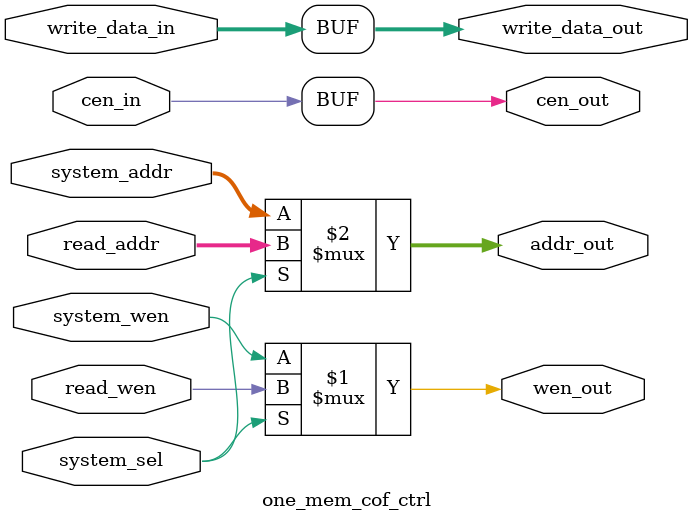
<source format=v>
module one_mem_cof_ctrl (
           system_sel
         , cen_in
         , read_wen
         , system_wen
         , read_addr
         , system_addr
         , write_data_in
         , cen_out
         , wen_out
         , addr_out
         , write_data_out
         );

parameter DATA_WIDTH = 32;
parameter ADDR_WIDTH = 12;

input system_sel, cen_in, read_wen, system_wen;
input [ADDR_WIDTH-1 : 0] read_addr, system_addr;
input [DATA_WIDTH-1 : 0] write_data_in;

output cen_out, wen_out;
output [ADDR_WIDTH-1 : 0] addr_out;
output [DATA_WIDTH-1 : 0] write_data_out;

assign cen_out = cen_in;
assign wen_out = system_sel ? read_wen : system_wen;
assign write_data_out = write_data_in;
assign addr_out = system_sel ? read_addr : system_addr;

endmodule

</source>
